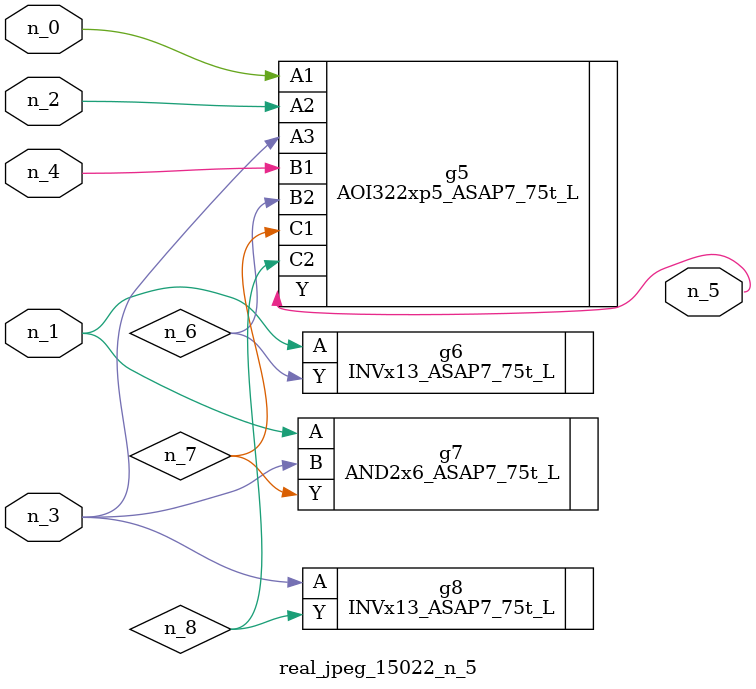
<source format=v>
module real_jpeg_15022_n_5 (n_4, n_0, n_1, n_2, n_3, n_5);

input n_4;
input n_0;
input n_1;
input n_2;
input n_3;

output n_5;

wire n_8;
wire n_6;
wire n_7;

AOI322xp5_ASAP7_75t_L g5 ( 
.A1(n_0),
.A2(n_2),
.A3(n_3),
.B1(n_4),
.B2(n_6),
.C1(n_7),
.C2(n_8),
.Y(n_5)
);

INVx13_ASAP7_75t_L g6 ( 
.A(n_1),
.Y(n_6)
);

AND2x6_ASAP7_75t_L g7 ( 
.A(n_1),
.B(n_3),
.Y(n_7)
);

INVx13_ASAP7_75t_L g8 ( 
.A(n_3),
.Y(n_8)
);


endmodule
</source>
